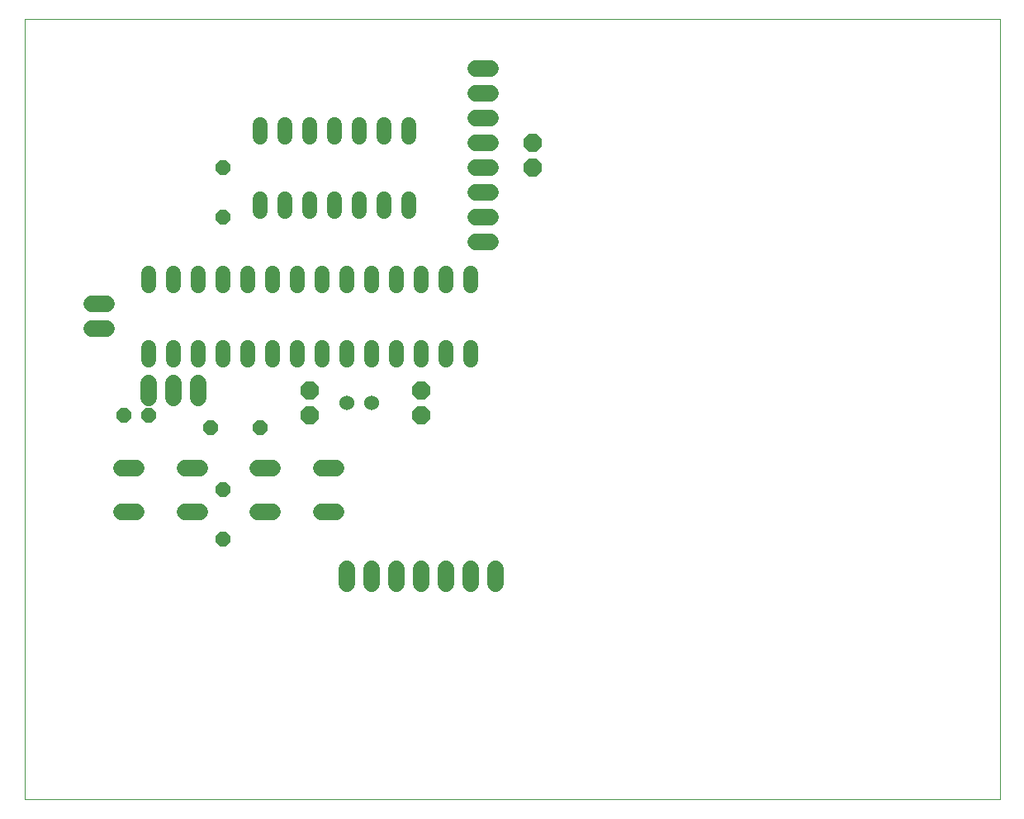
<source format=gbs>
G75*
%MOIN*%
%OFA0B0*%
%FSLAX25Y25*%
%IPPOS*%
%LPD*%
%AMOC8*
5,1,8,0,0,1.08239X$1,22.5*
%
%ADD10C,0.00000*%
%ADD11OC8,0.07100*%
%ADD12C,0.06000*%
%ADD13C,0.06800*%
%ADD14C,0.06000*%
%ADD15OC8,0.06000*%
D10*
X0001000Y0001000D02*
X0001000Y0315961D01*
X0394701Y0315961D01*
X0394701Y0001000D01*
X0001000Y0001000D01*
D11*
X0116000Y0156000D03*
X0116000Y0166000D03*
X0161000Y0166000D03*
X0161000Y0156000D03*
X0206000Y0256000D03*
X0206000Y0266000D03*
D12*
X0156000Y0268400D02*
X0156000Y0273600D01*
X0146000Y0273600D02*
X0146000Y0268400D01*
X0136000Y0268400D02*
X0136000Y0273600D01*
X0126000Y0273600D02*
X0126000Y0268400D01*
X0116000Y0268400D02*
X0116000Y0273600D01*
X0106000Y0273600D02*
X0106000Y0268400D01*
X0096000Y0268400D02*
X0096000Y0273600D01*
X0096000Y0243600D02*
X0096000Y0238400D01*
X0106000Y0238400D02*
X0106000Y0243600D01*
X0116000Y0243600D02*
X0116000Y0238400D01*
X0126000Y0238400D02*
X0126000Y0243600D01*
X0136000Y0243600D02*
X0136000Y0238400D01*
X0146000Y0238400D02*
X0146000Y0243600D01*
X0156000Y0243600D02*
X0156000Y0238400D01*
X0151000Y0213600D02*
X0151000Y0208400D01*
X0161000Y0208400D02*
X0161000Y0213600D01*
X0171000Y0213600D02*
X0171000Y0208400D01*
X0181000Y0208400D02*
X0181000Y0213600D01*
X0181000Y0183600D02*
X0181000Y0178400D01*
X0171000Y0178400D02*
X0171000Y0183600D01*
X0161000Y0183600D02*
X0161000Y0178400D01*
X0151000Y0178400D02*
X0151000Y0183600D01*
X0141000Y0183600D02*
X0141000Y0178400D01*
X0131000Y0178400D02*
X0131000Y0183600D01*
X0121000Y0183600D02*
X0121000Y0178400D01*
X0111000Y0178400D02*
X0111000Y0183600D01*
X0101000Y0183600D02*
X0101000Y0178400D01*
X0091000Y0178400D02*
X0091000Y0183600D01*
X0081000Y0183600D02*
X0081000Y0178400D01*
X0071000Y0178400D02*
X0071000Y0183600D01*
X0061000Y0183600D02*
X0061000Y0178400D01*
X0051000Y0178400D02*
X0051000Y0183600D01*
X0051000Y0208400D02*
X0051000Y0213600D01*
X0061000Y0213600D02*
X0061000Y0208400D01*
X0071000Y0208400D02*
X0071000Y0213600D01*
X0081000Y0213600D02*
X0081000Y0208400D01*
X0091000Y0208400D02*
X0091000Y0213600D01*
X0101000Y0213600D02*
X0101000Y0208400D01*
X0111000Y0208400D02*
X0111000Y0213600D01*
X0121000Y0213600D02*
X0121000Y0208400D01*
X0131000Y0208400D02*
X0131000Y0213600D01*
X0141000Y0213600D02*
X0141000Y0208400D01*
D13*
X0183000Y0226000D02*
X0189000Y0226000D01*
X0189000Y0236000D02*
X0183000Y0236000D01*
X0183000Y0246000D02*
X0189000Y0246000D01*
X0189000Y0256000D02*
X0183000Y0256000D01*
X0183000Y0266000D02*
X0189000Y0266000D01*
X0189000Y0276000D02*
X0183000Y0276000D01*
X0183000Y0286000D02*
X0189000Y0286000D01*
X0189000Y0296000D02*
X0183000Y0296000D01*
X0034000Y0201000D02*
X0028000Y0201000D01*
X0028000Y0191000D02*
X0034000Y0191000D01*
X0051000Y0169000D02*
X0051000Y0163000D01*
X0061000Y0163000D02*
X0061000Y0169000D01*
X0071000Y0169000D02*
X0071000Y0163000D01*
X0071800Y0134900D02*
X0065800Y0134900D01*
X0046200Y0134900D02*
X0040200Y0134900D01*
X0040200Y0117100D02*
X0046200Y0117100D01*
X0065800Y0117100D02*
X0071800Y0117100D01*
X0095200Y0117100D02*
X0101200Y0117100D01*
X0120800Y0117100D02*
X0126800Y0117100D01*
X0126800Y0134900D02*
X0120800Y0134900D01*
X0101200Y0134900D02*
X0095200Y0134900D01*
X0131000Y0094000D02*
X0131000Y0088000D01*
X0141000Y0088000D02*
X0141000Y0094000D01*
X0151000Y0094000D02*
X0151000Y0088000D01*
X0161000Y0088000D02*
X0161000Y0094000D01*
X0171000Y0094000D02*
X0171000Y0088000D01*
X0181000Y0088000D02*
X0181000Y0094000D01*
X0191000Y0094000D02*
X0191000Y0088000D01*
D14*
X0141000Y0161000D03*
X0131000Y0161000D03*
D15*
X0096000Y0151000D03*
X0076000Y0151000D03*
X0051000Y0156000D03*
X0041000Y0156000D03*
X0081000Y0126000D03*
X0081000Y0106000D03*
X0081000Y0236000D03*
X0081000Y0256000D03*
M02*

</source>
